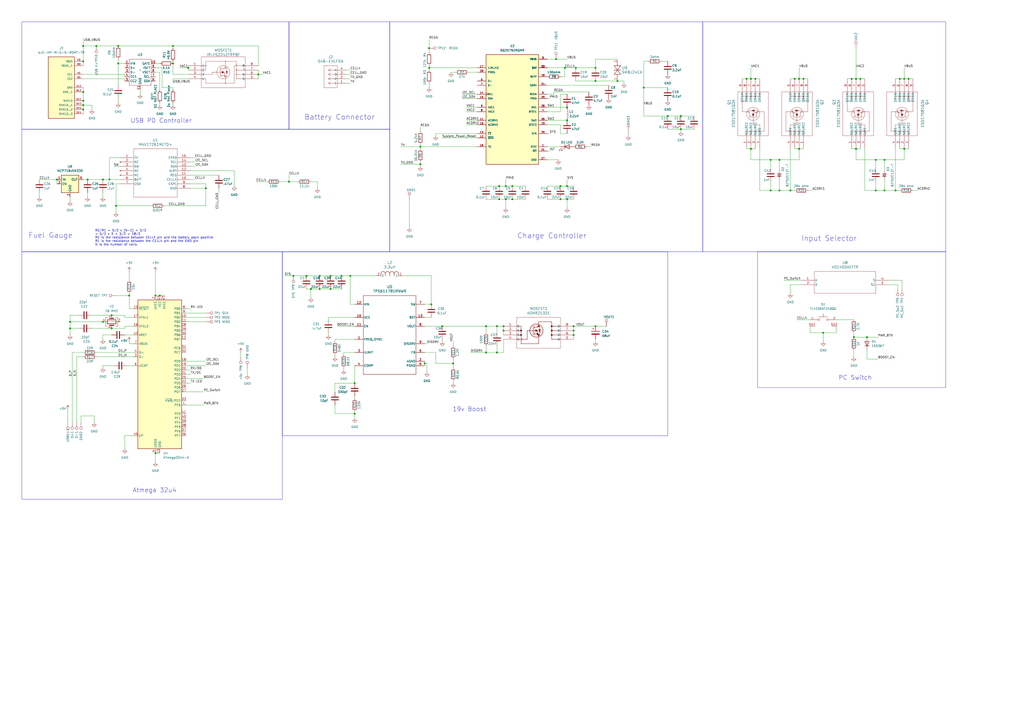
<source format=kicad_sch>
(kicad_sch (version 20231120) (generator "eeschema") (generator_version "8.0")
  (paper "A2")
  (junction (at 394.97 67.31))
  (junction (at 322.58 34.29))
  (junction (at 477.52 193.04))
  (junction (at 191.77 167.64))
  (junction (at 243.84 95.25))
  (junction (at 452.12 110.49))
  (junction (at 502.92 195.58))
  (junction (at 248.92 39.37))
  (junction (at 463.55 86.36))
  (junction (at 328.93 69.85))
  (junction (at 447.04 110.49))
  (junction (at 494.03 45.72))
  (junction (at 281.94 204.47))
  (junction (at 288.29 204.47))
  (junction (at 191.77 160.02))
  (junction (at 387.35 67.31))
  (junction (at 68.58 36.83))
  (junction (at 248.92 27.94))
  (junction (at 177.8 160.02))
  (junction (at 63.5 104.14))
  (junction (at 332.74 189.23))
  (junction (at 33.02 104.14))
  (junction (at 495.3 195.58))
  (junction (at 325.12 115.57))
  (junction (at 293.37 107.95))
  (junction (at 461.01 45.72))
  (junction (at 327.66 39.37))
  (junction (at 205.74 240.03))
  (junction (at 358.14 46.99))
  (junction (at 297.18 107.95))
  (junction (at 297.18 115.57))
  (junction (at 109.22 39.37))
  (junction (at 433.07 45.72))
  (junction (at 496.57 45.72))
  (junction (at 345.44 39.37))
  (junction (at 289.56 107.95))
  (junction (at 328.93 62.23))
  (junction (at 435.61 45.72))
  (junction (at 499.11 45.72))
  (junction (at 527.05 45.72))
  (junction (at 90.17 262.89))
  (junction (at 119.38 109.22))
  (junction (at 262.89 210.82))
  (junction (at 438.15 45.72))
  (junction (at 90.17 171.45))
  (junction (at 256.54 189.23))
  (junction (at 64.77 190.5))
  (junction (at 50.8 104.14))
  (junction (at 48.26 60.96))
  (junction (at 92.71 171.45))
  (junction (at 100.33 36.83))
  (junction (at 180.34 167.64))
  (junction (at 48.26 35.56))
  (junction (at 198.12 160.02))
  (junction (at 289.56 115.57))
  (junction (at 513.08 110.49))
  (junction (at 447.04 92.71))
  (junction (at 496.57 86.36))
  (junction (at 328.93 115.57))
  (junction (at 325.12 107.95))
  (junction (at 328.93 107.95))
  (junction (at 185.42 160.02))
  (junction (at 466.09 45.72))
  (junction (at 519.43 110.49))
  (junction (at 345.44 46.99))
  (junction (at 55.88 26.67))
  (junction (at 513.08 92.71))
  (junction (at 332.74 194.31))
  (junction (at 452.12 92.71))
  (junction (at 203.2 160.02))
  (junction (at 521.97 45.72))
  (junction (at 48.26 53.34))
  (junction (at 67.31 119.38))
  (junction (at 373.38 50.8))
  (junction (at 524.51 45.72))
  (junction (at 74.93 171.45))
  (junction (at 170.18 160.02))
  (junction (at 100.33 26.67))
  (junction (at 250.19 176.53))
  (junction (at 59.69 186.69))
  (junction (at 463.55 45.72))
  (junction (at 292.1 191.77))
  (junction (at 59.69 104.14))
  (junction (at 435.61 86.36))
  (junction (at 292.1 189.23))
  (junction (at 68.58 26.67))
  (junction (at 524.51 86.36))
  (junction (at 334.01 39.37))
  (junction (at 288.29 189.23))
  (junction (at 508 110.49))
  (junction (at 508 92.71))
  (junction (at 48.26 26.67))
  (junction (at 332.74 191.77))
  (junction (at 40.64 190.5))
  (junction (at 281.94 189.23))
  (junction (at 293.37 115.57))
  (junction (at 40.64 186.69))
  (junction (at 167.64 105.41))
  (junction (at 205.74 222.25))
  (junction (at 64.77 182.88))
  (junction (at 246.38 210.82))
  (junction (at 48.26 58.42))
  (junction (at 458.47 110.49))
  (junction (at 185.42 167.64))
  (junction (at 243.84 85.09))
  (junction (at 48.26 63.5))
  (junction (at 345.44 189.23))
  (junction (at 149.86 43.18))
  (junction (at 394.97 74.93))
  (wire (pts (xy 288.29 189.23) (xy 292.1 189.23)))
  (wire (pts (xy 59.69 104.14) (xy 63.5 104.14)))
  (wire (pts (xy 148.59 105.41) (xy 154.94 105.41)))
  (wire (pts (xy 92.71 59.69) (xy 92.71 60.96)))
  (wire (pts (xy 508 92.71) (xy 508 97.79)))
  (wire (pts (xy 433.07 86.36) (xy 435.61 86.36)))
  (wire (pts (xy 468.63 110.49) (xy 471.17 110.49)))
  (wire (pts (xy 435.61 39.37) (xy 435.61 45.72)))
  (wire (pts (xy 246.38 184.15) (xy 250.19 184.15)))
  (wire (pts (xy 177.8 160.02) (xy 185.42 160.02)))
  (wire (pts (xy 288.29 189.23) (xy 288.29 193.04)))
  (wire (pts (xy 200.66 48.26) (xy 203.2 48.26)))
  (wire (pts (xy 184.15 105.41) (xy 184.15 109.22)))
  (wire (pts (xy 345.44 196.85) (xy 345.44 198.12)))
  (wire (pts (xy 521.97 45.72) (xy 524.51 45.72)))
  (wire (pts (xy 281.94 107.95) (xy 289.56 107.95)))
  (wire (pts (xy 100.33 45.72) (xy 109.22 45.72)))
  (wire (pts (xy 317.5 64.77) (xy 325.12 64.77)))
  (wire (pts (xy 361.95 46.99) (xy 361.95 48.26)))
  (wire (pts (xy 494.03 86.36) (xy 496.57 86.36)))
  (wire (pts (xy 194.31 234.95) (xy 194.31 240.03)))
  (wire (pts (xy 334.01 46.99) (xy 345.44 46.99)))
  (wire (pts (xy 139.7 204.47) (xy 139.7 207.01)))
  (wire (pts (xy 520.7 165.1) (xy 520.7 167.64)))
  (wire (pts (xy 529.59 110.49) (xy 532.13 110.49)))
  (wire (pts (xy 203.2 160.02) (xy 203.2 176.53)))
  (wire (pts (xy 74.93 179.07) (xy 74.93 171.45)))
  (wire (pts (xy 394.97 74.93) (xy 394.97 76.2)))
  (wire (pts (xy 90.17 171.45) (xy 92.71 171.45)))
  (wire (pts (xy 387.35 74.93) (xy 394.97 74.93)))
  (wire (pts (xy 55.88 26.67) (xy 68.58 26.67)))
  (wire (pts (xy 232.41 95.25) (xy 243.84 95.25)))
  (wire (pts (xy 394.97 74.93) (xy 402.59 74.93)))
  (wire (pts (xy 110.49 96.52) (xy 113.03 96.52)))
  (wire (pts (xy 149.86 43.18) (xy 152.4 43.18)))
  (wire (pts (xy 261.62 41.91) (xy 264.16 41.91)))
  (wire (pts (xy 508 110.49) (xy 513.08 110.49)))
  (wire (pts (xy 458.47 110.49) (xy 458.47 86.36)))
  (wire (pts (xy 33.02 104.14) (xy 33.02 106.68)))
  (wire (pts (xy 321.31 54.61) (xy 321.31 53.34)))
  (wire (pts (xy 317.5 115.57) (xy 325.12 115.57)))
  (wire (pts (xy 100.33 59.69) (xy 100.33 60.96)))
  (wire (pts (xy 317.5 39.37) (xy 327.66 39.37)))
  (wire (pts (xy 477.52 193.04) (xy 485.14 193.04)))
  (wire (pts (xy 205.74 222.25) (xy 194.31 222.25)))
  (wire (pts (xy 40.64 114.3) (xy 40.64 116.84)))
  (wire (pts (xy 55.88 204.47) (xy 77.47 204.47)))
  (wire (pts (xy 167.64 101.6) (xy 167.64 105.41)))
  (wire (pts (xy 345.44 189.23) (xy 351.79 189.23)))
  (wire (pts (xy 185.42 160.02) (xy 191.77 160.02)))
  (wire (pts (xy 345.44 34.29) (xy 358.14 34.29)))
  (wire (pts (xy 46.99 245.11) (xy 46.99 241.3)))
  (wire (pts (xy 452.12 92.71) (xy 452.12 99.06)))
  (wire (pts (xy 252.73 77.47) (xy 276.86 77.47)))
  (wire (pts (xy 107.95 181.61) (xy 119.38 181.61)))
  (wire (pts (xy 48.26 60.96) (xy 48.26 63.5)))
  (wire (pts (xy 527.05 45.72) (xy 529.59 45.72)))
  (wire (pts (xy 100.33 48.26) (xy 100.33 45.72)))
  (wire (pts (xy 73.66 212.09) (xy 77.47 212.09)))
  (wire (pts (xy 194.31 222.25) (xy 194.31 227.33)))
  (wire (pts (xy 270.51 69.85) (xy 276.86 69.85)))
  (wire (pts (xy 48.26 24.13) (xy 48.26 26.67)))
  (wire (pts (xy 246.38 199.39) (xy 247.65 199.39)))
  (wire (pts (xy 452.12 92.71) (xy 463.55 92.71)))
  (wire (pts (xy 68.58 34.29) (xy 68.58 36.83)))
  (wire (pts (xy 110.49 93.98) (xy 113.03 93.98)))
  (wire (pts (xy 104.14 39.37) (xy 109.22 39.37)))
  (wire (pts (xy 66.04 96.52) (xy 69.85 96.52)))
  (wire (pts (xy 521.97 86.36) (xy 524.51 86.36)))
  (wire (pts (xy 55.88 207.01) (xy 77.47 207.01)))
  (wire (pts (xy 45.72 182.88) (xy 40.64 182.88)))
  (wire (pts (xy 77.47 252.73) (xy 72.39 252.73)))
  (wire (pts (xy 59.69 111.76) (xy 59.69 114.3)))
  (wire (pts (xy 252.73 210.82) (xy 252.73 204.47)))
  (wire (pts (xy 519.43 110.49) (xy 521.97 110.49)))
  (wire (pts (xy 232.41 85.09) (xy 243.84 85.09)))
  (wire (pts (xy 383.54 35.56) (xy 387.35 35.56)))
  (wire (pts (xy 322.58 34.29) (xy 328.93 34.29)))
  (wire (pts (xy 262.89 198.12) (xy 262.89 200.66)))
  (wire (pts (xy 524.51 86.36) (xy 527.05 86.36)))
  (wire (pts (xy 41.91 204.47) (xy 41.91 245.11)))
  (wire (pts (xy 463.55 86.36) (xy 466.09 86.36)))
  (wire (pts (xy 458.47 110.49) (xy 461.01 110.49)))
  (wire (pts (xy 248.92 48.26) (xy 248.92 50.8)))
  (wire (pts (xy 48.26 104.14) (xy 50.8 104.14)))
  (wire (pts (xy 523.24 162.56) (xy 523.24 167.64)))
  (wire (pts (xy 262.89 220.98) (xy 262.89 222.25)))
  (wire (pts (xy 508 92.71) (xy 513.08 92.71)))
  (wire (pts (xy 110.49 99.06) (xy 135.89 99.06)))
  (wire (pts (xy 435.61 45.72) (xy 438.15 45.72)))
  (wire (pts (xy 243.84 96.52) (xy 243.84 95.25)))
  (wire (pts (xy 162.56 105.41) (xy 167.64 105.41)))
  (wire (pts (xy 74.93 199.39) (xy 77.47 199.39)))
  (wire (pts (xy 248.92 39.37) (xy 248.92 38.1)))
  (wire (pts (xy 40.64 186.69) (xy 40.64 190.5)))
  (wire (pts (xy 107.95 227.33) (xy 118.11 227.33)))
  (wire (pts (xy 469.9 193.04) (xy 477.52 193.04)))
  (wire (pts (xy 243.84 85.09) (xy 276.86 85.09)))
  (wire (pts (xy 452.12 110.49) (xy 458.47 110.49)))
  (wire (pts (xy 297.18 107.95) (xy 304.8 107.95)))
  (wire (pts (xy 519.43 110.49) (xy 519.43 86.36)))
  (wire (pts (xy 252.73 204.47) (xy 246.38 204.47)))
  (wire (pts (xy 513.08 110.49) (xy 519.43 110.49)))
  (wire (pts (xy 281.94 200.66) (xy 281.94 204.47)))
  (wire (pts (xy 127 109.22) (xy 127 111.76)))
  (wire (pts (xy 394.97 67.31) (xy 402.59 67.31)))
  (wire (pts (xy 190.5 185.42) (xy 190.5 184.15)))
  (wire (pts (xy 270.51 64.77) (xy 276.86 64.77)))
  (wire (pts (xy 107.95 209.55) (xy 119.38 209.55)))
  (wire (pts (xy 325.12 54.61) (xy 328.93 54.61)))
  (wire (pts (xy 53.34 182.88) (xy 64.77 182.88)))
  (wire (pts (xy 447.04 92.71) (xy 452.12 92.71)))
  (wire (pts (xy 447.04 92.71) (xy 447.04 97.79)))
  (wire (pts (xy 246.38 210.82) (xy 246.38 209.55)))
  (wire (pts (xy 190.5 194.31) (xy 190.5 193.04)))
  (wire (pts (xy 48.26 58.42) (xy 48.26 60.96)))
  (wire (pts (xy 191.77 160.02) (xy 198.12 160.02)))
  (wire (pts (xy 243.84 73.66) (xy 243.84 76.2)))
  (wire (pts (xy 327.66 44.45) (xy 327.66 39.37)))
  (wire (pts (xy 107.95 179.07) (xy 110.49 179.07)))
  (wire (pts (xy 317.5 85.09) (xy 325.12 85.09)))
  (wire (pts (xy 59.69 212.09) (xy 59.69 213.36)))
  (wire (pts (xy 200.66 45.72) (xy 203.2 45.72)))
  (wire (pts (xy 194.31 240.03) (xy 205.74 240.03)))
  (wire (pts (xy 524.51 39.37) (xy 524.51 45.72)))
  (wire (pts (xy 205.74 238.76) (xy 205.74 240.03)))
  (wire (pts (xy 466.09 45.72) (xy 468.63 45.72)))
  (wire (pts (xy 524.51 92.71) (xy 524.51 86.36)))
  (wire (pts (xy 496.57 86.36) (xy 496.57 92.71)))
  (wire (pts (xy 332.74 191.77) (xy 332.74 194.31)))
  (wire (pts (xy 293.37 104.14) (xy 293.37 107.95)))
  (wire (pts (xy 519.43 45.72) (xy 521.97 45.72)))
  (wire (pts (xy 100.33 36.83) (xy 100.33 43.18)))
  (wire (pts (xy 77.47 189.23) (xy 72.39 189.23)))
  (wire (pts (xy 435.61 86.36) (xy 435.61 92.71)))
  (wire (pts (xy 92.71 52.07) (xy 92.71 41.91)))
  (wire (pts (xy 325.12 72.39) (xy 325.12 77.47)))
  (wire (pts (xy 373.38 50.8) (xy 373.38 67.31)))
  (wire (pts (xy 143.48 213.5809) (xy 143.48 217.3909)))
  (wire (pts (xy 185.42 167.64) (xy 180.34 167.64)))
  (wire (pts (xy 248.92 22.86) (xy 248.92 27.94)))
  (wire (pts (xy 87.63 119.38) (xy 67.31 119.38)))
  (wire (pts (xy 248.92 39.37) (xy 248.92 40.64)))
  (wire (pts (xy 328.93 104.14) (xy 328.93 107.95)))
  (wire (pts (xy 262.89 210.82) (xy 262.89 213.36)))
  (wire (pts (xy 496.57 92.71) (xy 508 92.71)))
  (wire (pts (xy 252.73 78.74) (xy 252.73 77.47)))
  (wire (pts (xy 464.82 165.1) (xy 458.47 165.1)))
  (wire (pts (xy 328.93 107.95) (xy 332.74 107.95)))
  (wire (pts (xy 109.22 39.37) (xy 109.22 40.64)))
  (wire (pts (xy 293.37 107.95) (xy 297.18 107.95)))
  (wire (pts (xy 515.62 165.1) (xy 520.7 165.1)))
  (wire (pts (xy 48.26 60.96) (xy 53.34 60.96)))
  (wire (pts (xy 100.33 35.56) (xy 100.33 36.83)))
  (wire (pts (xy 107.95 214.63) (xy 110.49 214.63)))
  (wire (pts (xy 246.38 210.82) (xy 247.65 210.82)))
  (wire (pts (xy 288.29 204.47) (xy 292.1 204.47)))
  (wire (pts (xy 92.71 171.45) (xy 95.25 171.45)))
  (wire (pts (xy 485.14 193.04) (xy 485.14 189.23)))
  (wire (pts (xy 513.08 104.14) (xy 513.08 110.49)))
  (wire (pts (xy 72.39 45.72) (xy 72.39 46.99)))
  (wire (pts (xy 461.01 45.72) (xy 463.55 45.72)))
  (wire (pts (xy 54.61 241.3) (xy 54.61 245.11)))
  (wire (pts (xy 149.86 43.18) (xy 149.86 45.72)))
  (wire (pts (xy 149.86 40.64) (xy 149.86 43.18)))
  (wire (pts (xy 194.31 196.85) (xy 194.31 198.12)))
  (wire (pts (xy 273.05 204.47) (xy 281.94 204.47)))
  (wire (pts (xy 430.53 45.72) (xy 433.07 45.72)))
  (wire (pts (xy 107.95 234.95) (xy 118.11 234.95)))
  (wire (pts (xy 447.04 110.49) (xy 452.12 110.49)))
  (wire (pts (xy 496.57 27.94) (xy 496.57 45.72)))
  (wire (pts (xy 195.58 189.23) (xy 205.74 189.23)))
  (wire (pts (xy 317.5 77.47) (xy 318.77 77.47)))
  (wire (pts (xy 107.95 186.69) (xy 119.38 186.69)))
  (wire (pts (xy 321.31 53.34) (xy 341.63 53.34)))
  (wire (pts (xy 246.38 189.23) (xy 256.54 189.23)))
  (wire (pts (xy 252.73 210.82) (xy 262.89 210.82)))
  (wire (pts (xy 149.86 26.67) (xy 149.86 38.1)))
  (wire (pts (xy 48.26 207.01) (xy 44.45 207.01)))
  (wire (pts (xy 64.77 182.88) (xy 72.39 182.88)))
  (wire (pts (xy 64.77 190.5) (xy 72.39 190.5)))
  (wire (pts (xy 496.57 86.36) (xy 499.11 86.36)))
  (wire (pts (xy 270.51 72.39) (xy 276.86 72.39)))
  (wire (pts (xy 39.37 237.49) (xy 39.37 245.11)))
  (wire (pts (xy 81.28 52.07) (xy 81.28 54.61)))
  (wire (pts (xy 345.44 34.29) (xy 345.44 39.37)))
  (wire (pts (xy 72.39 184.15) (xy 72.39 182.88)))
  (wire (pts (xy 68.58 36.83) (xy 72.39 36.83)))
  (wire (pts (xy 317.5 49.53) (xy 353.06 49.53)))
  (wire (pts (xy 48.26 35.56) (xy 48.26 38.1)))
  (wire (pts (xy 190.5 184.15) (xy 205.74 184.15)))
  (wire (pts (xy 524.51 45.72) (xy 527.05 45.72)))
  (wire (pts (xy 48.26 26.67) (xy 48.26 35.56)))
  (wire (pts (xy 90.17 262.89) (xy 92.71 262.89)))
  (wire (pts (xy 63.5 91.44) (xy 63.5 104.14)))
  (wire (pts (xy 243.84 85.09) (xy 243.84 86.36)))
  (wire (pts (xy 68.58 57.15) (xy 68.58 59.69)))
  (wire (pts (xy 92.71 41.91) (xy 90.17 41.91)))
  (wire (pts (xy 281.94 189.23) (xy 281.94 193.04)))
  (wire (pts (xy 110.49 106.68) (xy 119.38 106.68)))
  (wire (pts (xy 248.92 27.94) (xy 248.92 30.48)))
  (wire (pts (xy 281.94 115.57) (xy 289.56 115.57)))
  (wire (pts (xy 293.37 115.57) (xy 297.18 115.57)))
  (wire (pts (xy 180.34 105.41) (xy 184.15 105.41)))
  (wire (pts (xy 67.31 119.38) (xy 67.31 106.68)))
  (wire (pts (xy 72.39 43.18) (xy 72.39 44.45)))
  (wire (pts (xy 435.61 86.36) (xy 438.15 86.36)))
  (wire (pts (xy 462.28 185.42) (xy 469.9 185.42)))
  (wire (pts (xy 332.74 189.23) (xy 332.74 191.77)))
  (wire (pts (xy 458.47 165.1) (xy 458.47 170.18)))
  (wire (pts (xy 205.74 196.85) (xy 194.31 196.85)))
  (wire (pts (xy 499.11 45.72) (xy 501.65 45.72)))
  (wire (pts (xy 440.69 86.36) (xy 440.69 110.49)))
  (wire (pts (xy 48.26 45.72) (xy 72.39 45.72)))
  (wire (pts (xy 90.17 39.37) (xy 93.98 39.37)))
  (wire (pts (xy 317.5 62.23) (xy 328.93 62.23)))
  (wire (pts (xy 203.2 176.53) (xy 205.74 176.53)))
  (wire (pts (xy 53.34 63.5) (xy 53.34 60.96)))
  (wire (pts (xy 289.56 107.95) (xy 293.37 107.95)))
  (wire (pts (xy 67.31 171.45) (xy 74.93 171.45)))
  (wire (pts (xy 292.1 191.77) (xy 292.1 194.31)))
  (wire (pts (xy 508 105.41) (xy 508 110.49)))
  (wire (pts (xy 267.97 54.61) (xy 276.86 54.61)))
  (wire (pts (xy 438.15 45.72) (xy 440.69 45.72)))
  (wire (pts (xy 22.86 111.76) (xy 22.86 114.3)))
  (wire (pts (xy 110.49 91.44) (xy 113.03 91.44)))
  (wire (pts (xy 63.5 104.14) (xy 69.85 104.14)))
  (wire (pts (xy 288.29 200.66) (xy 288.29 204.47)))
  (wire (pts (xy 90.17 36.83) (xy 92.71 36.83)))
  (wire (pts (xy 107.95 217.17) (xy 110.49 217.17)))
  (wire (pts (xy 327.66 39.37) (xy 334.01 39.37)))
  (wire (pts (xy 495.3 193.04) (xy 495.3 195.58)))
  (wire (pts (xy 77.47 179.07) (xy 74.93 179.07)))
  (wire (pts (xy 246.38 176.53) (xy 250.19 176.53)))
  (wire (pts (xy 74.93 198.12) (xy 74.93 199.39)))
  (wire (pts (xy 250.19 176.53) (xy 250.19 160.02)))
  (wire (pts (xy 191.77 167.64) (xy 198.12 167.64)))
  (wire (pts (xy 107.95 212.09) (xy 119.38 212.09)))
  (wire (pts (xy 289.56 115.57) (xy 293.37 115.57)))
  (wire (pts (xy 458.47 45.72) (xy 461.01 45.72)))
  (wire (pts (xy 93.98 50.8) (xy 100.33 50.8)))
  (wire (pts (xy 68.58 36.83) (xy 68.58 49.53)))
  (wire (pts (xy 40.64 190.5) (xy 45.72 190.5)))
  (wire (pts (xy 373.38 35.56) (xy 375.92 35.56)))
  (wire (pts (xy 48.26 50.8) (xy 48.26 53.34)))
  (wire (pts (xy 107.95 184.15) (xy 119.38 184.15)))
  (wire (pts (xy 364.49 76.2) (xy 364.49 78.74)))
  (wire (pts (xy 328.93 115.57) (xy 332.74 115.57)))
  (wire (pts (xy 276.86 39.37) (xy 248.92 39.37)))
  (wire (pts (xy 334.01 39.37) (xy 345.44 39.37)))
  (wire (pts (xy 135.89 99.06) (xy 135.89 107.95)))
  (wire (pts (xy 515.62 162.56) (xy 523.24 162.56)))
  (wire (pts (xy 40.64 186.69) (xy 59.69 186.69)))
  (wire (pts (xy 387.35 67.31) (xy 394.97 67.31)))
  (wire (pts (xy 256.54 196.85) (xy 256.54 198.12)))
  (wire (pts (xy 513.08 92.71) (xy 513.08 99.06)))
  (wire (pts (xy 205.74 204.47) (xy 199.39 204.47)))
  (wire (pts (xy 109.22 38.1) (xy 109.22 39.37)))
  (wire (pts (xy 200.66 40.64) (xy 203.2 40.64)))
  (wire (pts (xy 502.92 203.2) (xy 502.92 208.28)))
  (wire (pts (xy 325.12 44.45) (xy 327.66 44.45)))
  (wire (pts (xy 107.95 222.25) (xy 110.49 222.25)))
  (wire (pts (xy 477.52 193.04) (xy 477.52 198.12)))
  (wire (pts (xy 205.74 240.03) (xy 205.74 242.57)))
  (wire (pts (xy 72.39 194.31) (xy 77.47 194.31)))
  (wire (pts (xy 100.33 27.94) (xy 100.33 26.67)))
  (wire (pts (xy 440.69 110.49) (xy 447.04 110.49)))
  (wire (pts (xy 292.1 189.23) (xy 292.1 191.77)))
  (wire (pts (xy 325.12 107.95) (xy 328.93 107.95)))
  (wire (pts (xy 461.01 86.36) (xy 463.55 86.36)))
  (wire (pts (xy 501.65 86.36) (xy 501.65 110.49)))
  (wire (pts (xy 317.5 54.61) (xy 321.31 54.61)))
  (wire (pts (xy 463.55 92.71) (xy 463.55 86.36)))
  (wire (pts (xy 69.85 91.44) (xy 63.5 91.44)))
  (wire (pts (xy 59.69 194.31) (xy 59.69 196.85)))
  (wire (pts (xy 332.74 189.23) (xy 345.44 189.23)))
  (wire (pts (xy 90.17 157.48) (xy 90.17 171.45)))
  (wire (pts (xy 494.03 45.72) (xy 496.57 45.72)))
  (wire (pts (xy 50.8 104.14) (xy 59.69 104.14)))
  (wire (pts (xy 262.89 208.28) (xy 262.89 210.82)))
  (wire (pts (xy 328.93 115.57) (xy 328.93 120.65)))
  (wire (pts (xy 325.12 64.77) (xy 325.12 54.61)))
  (wire (pts (xy 387.35 67.31) (xy 373.38 67.31)))
  (wire (pts (xy 74.93 157.48) (xy 74.93 162.56)))
  (wire (pts (xy 110.49 109.22) (xy 119.38 109.22)))
  (wire (pts (xy 463.55 39.37) (xy 463.55 45.72)))
  (wire (pts (xy 485.14 185.42) (xy 495.3 185.42)))
  (wire (pts (xy 119.38 106.68) (xy 119.38 109.22)))
  (wire (pts (xy 297.18 115.57) (xy 304.8 115.57)))
  (wire (pts (xy 387.35 50.8) (xy 373.38 50.8)))
  (wire (pts (xy 110.49 104.14) (xy 113.03 104.14)))
  (wire (pts (xy 170.18 160.02) (xy 177.8 160.02)))
  (wire (pts (xy 68.58 26.67) (xy 100.33 26.67)))
  (wire (pts (xy 205.74 212.09) (xy 205.74 222.25)))
  (wire (pts (xy 358.14 46.99) (xy 361.95 46.99)))
  (wire (pts (xy 345.44 46.99) (xy 358.14 46.99)))
  (wire (pts (xy 165.1 160.02) (xy 170.18 160.02)))
  (wire (pts (xy 317.5 34.29) (xy 322.58 34.29)))
  (wire (pts (xy 44.45 207.01) (xy 44.45 245.11)))
  (wire (pts (xy 292.1 204.47) (xy 292.1 196.85)))
  (wire (pts (xy 495.3 203.2) (xy 495.3 207.01)))
  (wire (pts (xy 317.5 72.39) (xy 325.12 72.39)))
  (wire (pts (xy 40.64 190.5) (xy 40.64 194.31)))
  (wire (pts (xy 200.66 43.18) (xy 203.2 43.18)))
  (wire (pts (xy 452.12 104.14) (xy 452.12 110.49)))
  (wire (pts (xy 205.74 229.87) (xy 205.74 231.14)))
  (wire (pts (xy 325.12 77.47) (xy 328.93 77.47)))
  (wire (pts (xy 246.38 210.82) (xy 246.38 212.09)))
  (wire (pts (xy 317.5 87.63) (xy 318.77 87.63)))
  (wire (pts (xy 119.38 119.38) (xy 95.25 119.38)))
  (wire (pts (xy 107.95 219.71) (xy 118.11 219.71)))
  (wire (pts (xy 93.98 39.37) (xy 93.98 50.8)))
  (wire (pts (xy 72.39 189.23) (xy 72.39 190.5)))
  (wire (pts (xy 332.74 194.31) (xy 332.74 196.85)))
  (wire (pts (xy 48.26 43.18) (xy 72.39 43.18)))
  (wire (pts (xy 373.38 50.8) (xy 373.38 35.56)))
  (wire (pts (xy 317.5 107.95) (xy 325.12 107.95)))
  (wire (pts (xy 317.5 92.71) (xy 323.85 92.71)))
  (wire (pts (xy 502.92 195.58) (xy 495.3 195.58)))
  (wire (pts (xy 501.65 110.49) (xy 508 110.49)))
  (wire (pts (xy 256.54 189.23) (xy 281.94 189.23)))
  (wire (pts (xy 77.47 184.15) (xy 72.39 184.15)))
  (wire (pts (xy 40.64 182.88) (xy 40.64 186.69)))
  (wire (pts (xy 435.61 92.71) (xy 447.04 92.71)))
  (wire (pts (xy 463.55 45.72) (xy 466.09 45.72)))
  (wire (pts (xy 491.49 45.72) (xy 494.03 45.72)))
  (wire (pts (xy 281.94 189.23) (xy 288.29 189.23)))
  (wire (pts (xy 48.26 204.47) (xy 41.91 204.47)))
  (wire (pts (xy 90.17 262.89) (xy 90.17 267.97)))
  (wire (pts (xy 513.08 92.71) (xy 524.51 92.71)))
  (wire (pts (xy 177.8 167.64) (xy 180.34 167.64)))
  (wire (pts (xy 199.39 204.47) (xy 199.39 205.74)))
  (wire (pts (xy 50.8 111.76) (xy 50.8 114.3)))
  (wire (pts (xy 243.84 95.25) (xy 243.84 93.98)))
  (wire (pts (xy 167.64 105.41) (xy 172.72 105.41)))
  (wire (pts (xy 509.27 195.58) (xy 502.92 195.58)))
  (wire (pts (xy 67.31 106.68) (xy 69.85 106.68)))
  (wire (pts (xy 317.5 57.15) (xy 318.77 57.15)))
  (wire (pts (xy 100.33 50.8) (xy 100.33 52.07)))
  (wire (pts (xy 48.26 53.34) (xy 48.26 58.42)))
  (wire (pts (xy 433.07 45.72) (xy 435.61 45.72)))
  (wire (pts (xy 293.37 115.57) (xy 293.37 120.65)))
  (wire (pts (xy 53.34 190.5) (xy 64.77 190.5)))
  (wire (pts (xy 100.33 43.18) (xy 109.22 43.18)))
  (wire (pts (xy 271.78 41.91) (xy 276.86 41.91)))
  (wire (pts (xy 496.57 45.72) (xy 499.11 45.72)))
  (wire (pts (xy 48.26 26.67) (xy 55.88 26.67)))
  (wire (pts (xy 64.77 194.31) (xy 59.69 194.31)))
  (wire (pts (xy 270.51 62.23) (xy 276.86 62.23)))
  (wire (pts (xy 100.33 26.67) (xy 149.86 26.67)))
  (wire (pts (xy 185.42 167.64) (xy 191.77 167.64)))
  (wire (pts (xy 469.9 193.04) (xy 469.9 189.23)))
  (wire (pts (xy 281.94 204.47) (xy 288.29 204.47)))
  (wire (pts (xy 46.99 241.3) (xy 54.61 241.3)))
  (wire (pts (xy 59.69 186.69) (xy 69.85 186.69)))
  (wire (pts (xy 194.31 205.74) (xy 194.31 207.01)))
  (wire (pts (xy 180.34 167.64) (xy 180.34 172.72)))
  (wire (pts (xy 243.84 83.82) (xy 243.84 85.09)))
  (wire (pts (xy 250.19 160.02) (xy 233.68 160.02)))
  (wire (pts (xy 119.38 109.22) (xy 119.38 119.38)))
  (wire (pts (xy 256.54 80.01) (xy 276.86 80.01)))
  (wire (pts (xy 72.39 252.73) (xy 72.39 260.35)))
  (wire (pts (xy 22.86 104.14) (xy 33.02 104.14)))
  (wire (pts (xy 237.49 115.57) (xy 237.49 132.08)))
  (wire (pts (xy 48.26 63.5) (xy 48.26 66.04)))
  (wire (pts (xy 247.65 210.82) (xy 247.65 215.9)))
  (wire (pts (xy 454.66 162.56) (xy 464.82 162.56)))
  (wire (pts (xy 325.12 115.57) (xy 328.93 115.57)))
  (wire (pts (xy 199.39 213.36) (xy 199.39 214.63)))
  (wire (pts (xy 74.93 171.45) (xy 74.93 170.18)))
  (wire (pts (xy 218.44 160.02) (xy 203.2 160.02)))
  (wire (pts (xy 66.04 212.09) (xy 59.69 212.09)))
  (wire (pts (xy 110.49 101.6) (xy 127 101.6)))
  (wire (pts (xy 340.36 85.09) (xy 342.9 85.09)))
  (wire (pts (xy 67.31 119.38) (xy 67.31 123.19)))
  (wire (pts (xy 502.92 208.28) (xy 509.27 208.28)))
  (wire (pts (xy 447.04 105.41) (xy 447.04 110.49)))
  (wire (pts (xy 267.97 57.15) (xy 276.86 57.15)))
  (wire (pts (xy 317.5 69.85) (xy 328.93 69.85)))
  (wire (pts (xy 198.12 160.02) (xy 203.2 160.02)))
  (rectangle (start 407.67 12.7) (end 548.64 146.05))
  (rectangle (start 226.06 12.7) (end 407.67 146.05))
  (rectangle (start 12.7 74.93) (end 226.06 146.05))
  (rectangle (start 439.42 146.05) (end 548.64 224.79))
  (rectangle (start 163.83 146.05) (end 387.35 252.73))
  (rectangle (start 12.7 12.7) (end 167.64 74.93))
  (rectangle (start 167.64 12.7) (end 226.06 74.93))
  (rectangle (start 12.7 146.05) (end 163.83 289.56))
  (text "USB PD Controller" (at 93.472 70.104 0) (effects (font (size 2.54 2.54))))
  (text "19v Boost" (at 272.288 237.49 0) (effects (font (size 2.54 2.54))))
  (text "Atmega 32u4" (at 89.662 284.48 0) (effects (font (size 2.54 2.54))))
  (text "PC Switch" (at 496.062 219.202 0) (effects (font (size 2.54 2.54))))
  (text "Input Selector" (at 464.82 140.208 0) (effects (font (size 3 3)) (justify left bottom)))
  (text "Fuel Gauge" (at 16.51 138.43 0) (effects (font (size 3 3)) (justify left bottom)))
  (text "R2/R1 = 5/2 x (N-1) + 3/2\n= 5/2 x 3 + 3/2 = 18/2\nR2 is the resistance between CELLX pin and the battery pack positive\nR1 is the resistance between the CELLX pin and the GND pin\nN is the number of cells" (at 55.118 142.748 0) (effects (font (size 1.27 1.27)) (justify left bottom)))
  (text "Battery Connector" (at 176.53 69.85 0) (effects (font (size 3 3)) (justify left bottom)))
  (text "Charge Controller" (at 299.974 138.684 0) (effects (font (size 3 3)) (justify left bottom)))
  (label "BOOST_EN" (at 195.58 189.23 0))
  (label "REGN" (at 243.84 73.66 0))
  (label "SW" (at 66.04 96.52 0))
  (label "D_P" (at 41.91 218.44 90))
  (label "VAC2" (at 270.51 64.77 0))
  (label "ACDRV1" (at 270.51 69.85 0))
  (label "CELL4" (at 462.28 185.42 0))
  (label "CELL4" (at 203.2 40.64 0))
  (label "I2C_SCL" (at 119.38 209.55 0))
  (label "INT" (at 318.77 87.63 0))
  (label "TH_GND" (at 203.2 45.72 0))
  (label "CELL_GND" (at 203.2 43.18 0))
  (label "CELLX" (at 113.03 104.14 0))
  (label "I2C_SCL" (at 113.03 93.98 0))
  (label "SW2" (at 317.5 69.85 0))
  (label "CELL_GND" (at 97.79 119.38 0))
  (label "TH_GND" (at 232.41 95.25 0))
  (label "VBUS" (at 373.38 60.96 0))
  (label "VBUS" (at 463.55 39.37 0))
  (label "CELL_GND" (at 113.03 91.44 0))
  (label "I2C_SDA" (at 119.38 212.09 0))
  (label "CELL4" (at 148.59 105.41 0))
  (label "REGN" (at 248.92 22.86 0))
  (label "VAC1" (at 152.4 43.18 0))
  (label "SYS" (at 318.77 77.47 0))
  (label "PC_Switch" (at 454.66 162.56 0))
  (label "DISDRV" (at 273.05 204.47 0))
  (label "VBUS" (at 328.93 34.29 0))
  (label "TH" (at 203.2 48.26 0))
  (label "ACDRV1" (at 471.17 110.49 0))
  (label "CELL_GND" (at 127 111.76 270))
  (label "VOUT" (at 339.09 189.23 180))
  (label "VAC1" (at 270.51 62.23 0))
  (label "CELLX" (at 167.64 101.6 0))
  (label "TH" (at 232.41 85.09 0))
  (label "D1_N" (at 68.58 207.01 0))
  (label "VBUS" (at 524.51 39.37 0))
  (label "REGN" (at 342.9 85.09 0))
  (label "BOOST_EN" (at 509.27 208.28 0))
  (label "I2C_SDA" (at 267.97 57.15 0))
  (label "PWR_BTN" (at 118.11 234.95 0))
  (label "PWR_BTN" (at 509.27 195.58 0))
  (label "PC_Switch" (at 118.11 227.33 0))
  (label "ACDRV2" (at 532.13 110.49 0))
  (label "SYS" (at 165.1 160.02 0))
  (label "D_N" (at 44.45 218.44 90))
  (label "RX{slash}D0" (at 110.49 214.63 0))
  (label "REGN" (at 321.31 53.34 0))
  (label "PMID" (at 318.77 57.15 0))
  (label "I2C_SDA" (at 113.03 96.52 0))
  (label "PMID" (at 293.37 104.14 0))
  (label "VAC1" (at 435.61 39.37 0))
  (label "USB_VBUS" (at 48.26 24.13 0))
  (label "VAC1" (at 104.14 39.37 0))
  (label "DISDRV" (at 247.65 199.39 0))
  (label "I2C_SCL" (at 267.97 54.61 0))
  (label "VOUT" (at 262.89 198.12 90))
  (label "D1_P" (at 68.58 204.47 0))
  (label "SW1" (at 317.5 62.23 0))
  (label "VAC2" (at 496.57 39.37 0))
  (label "RX LED" (at 110.49 179.07 0))
  (label "ACDRV2" (at 270.51 72.39 0))
  (label "System_Power_Reset" (at 256.54 80.01 0))
  (label "USB_VBUS" (at 100.33 48.26 0))
  (label "TX{slash}D1" (at 110.49 217.17 0))
  (label "CELL4" (at 327.66 39.37 0))
  (label "BOOST_EN" (at 118.11 219.71 0))
  (label "SYS" (at 328.93 104.14 0))
  (label "TX LED" (at 110.49 222.25 0))
  (label "CELL4" (at 22.86 104.14 0))
  (symbol (lib_id "Device:R") (at 267.97 41.91 90) (unit 1)
    (property "Reference" "R2" (at 267.97 41.91 90))
    (property "Value" "27k" (at 267.97 44.45 90))
    (property "Footprint" "Resistor_SMD:R_0603_1608Metric" (effects (hide yes)))
  )
  (symbol (lib_id "Device:C") (at 190.5 189.23 180) (unit 1)
    (property "Reference" "C31" (at 185.42 187.96 0) (effects (justify left)))
    (property "Value" "4.7uF" (at 186.69 190.5 0) (effects (justify left)))
    (property "Footprint" "Capacitor_SMD:C_0603_1608Metric" (effects (hide yes)))
  )
  (symbol (lib_id "Device:R") (at 321.31 44.45 90) (unit 1)
    (property "Reference" "R8" (at 321.31 44.45 90))
    (property "Value" "100ohm" (at 321.31 41.91 90))
    (property "Footprint" "Resistor_SMD:R_0603_1608Metric" (effects (hide yes)))
  )
  (symbol (lib_id "Device:C") (at 59.69 107.95 0) (unit 1)
    (property "Reference" "C28" (at 62.23 106.68 0) (effects (justify left)))
    (property "Value" ".1uF" (at 62.23 109.22 0) (effects (justify left)))
    (property "Footprint" "Capacitor_SMD:C_0603_1608Metric" (effects (hide yes)))
  )
  (symbol (lib_id "Regulator_Linear:NCP718xSN330") (at 40.64 106.68 0) (unit 1)
    (property "Reference" "U6" (at 40.64 96.52 0))
    (property "Value" "NCP718xSN330" (at 40.64 99.06 0))
    (property "Footprint" "Package_TO_SOT_SMD:SOT-23-5" (effects (hide yes)))
    (property "Datasheet" "https://www.onsemi.com/pub/Collateral/NCP718-D.PDF" (effects (hide yes)))
  )
  (symbol (lib_id "power:GND") (at 53.34 63.5 0) (unit 1)
    (property "Reference" "#PWR03" (effects (hide yes)))
    (property "Value" "GND" (at 53.34 68.58 0))
  )
  (symbol (lib_id "CSD17581Q3A:CSD17581Q3A") (at 527.05 86.36 270) (mirror x) (unit 1)
    (property "Reference" "Q4" (at 537.718 57.658 0) (effects (font (size 1.524 1.524)) (justify right)))
    (property "Value" "CSD17581Q3A" (at 535.178 57.658 0) (effects (font (size 1.524 1.524)) (justify right)))
    (property "Footprint" "Q3A_TEX" (effects (hide yes)))
    (property "Datasheet" "CSD17581Q3A" (effects (hide yes)))
  )
  (symbol (lib_id "Device:C") (at 334.01 43.18 0) (unit 1)
    (property "Reference" "C19" (at 336.55 41.91 0) (effects (justify left)))
    (property "Value" "10uF" (at 336.55 44.45 0) (effects (justify left)))
    (property "Footprint" "Capacitor_SMD:C_0603_1608Metric" (effects (hide yes)))
  )
  (symbol (lib_id "Device:R") (at 495.3 189.23 180) (unit 1)
    (property "Reference" "R24" (at 495.3 189.23 90))
    (property "Value" "2.7K" (at 497.84 189.23 90))
    (property "Footprint" "Resistor_SMD:R_0603_1608Metric" (effects (hide yes)))
  )
  (symbol (lib_id "power:GND") (at 180.34 172.72 0) (unit 1)
    (property "Reference" "#PWR049" (effects (hide yes)))
    (property "Value" "GND" (at 180.34 177.8 0))
  )
  (symbol (lib_id "power:GND") (at 92.71 60.96 0) (unit 1)
    (property "Reference" "#PWR045" (effects (hide yes)))
    (property "Value" "GND" (at 92.71 66.04 0))
  )
  (symbol (lib_id "Device:C") (at 447.04 101.6 0) (unit 1)
    (property "Reference" "C42" (at 443.23 99.06 0) (effects (justify left)))
    (property "Value" "1nF" (at 442.976 104.394 0) (effects (justify left)))
    (property "Footprint" "Capacitor_SMD:C_0603_1608Metric" (effects (hide yes)))
  )
  (symbol (lib_id "SOP-4V1:VO1400AEFTR") (at 464.82 162.56 0) (unit 1)
    (property "Reference" "U8" (at 490.22 152.4 0) (effects (font (size 1.524 1.524))))
    (property "Value" "VO1400AEFTR" (at 490.22 154.94 0) (effects (font (size 1.524 1.524))))
    (property "Footprint" "SO-4_VO_VIS" (effects (hide yes)))
    (property "Datasheet" "VO1400AEFTR" (effects (hide yes)))
  )
  (symbol (lib_id "BQ25792RQMR:BQ25792RQMR") (at 297.18 64.77 0) (unit 1)
    (property "Reference" "U2" (at 297.18 26.67 0))
    (property "Value" "BQ25792RQMR" (at 297.18 29.21 0))
    (property "Footprint" "Library:QFN40P400X400X100-29N" (effects (hide yes)))
    (property "Datasheet" "Datasheets/bq25792.pdf" (effects (hide yes)))
    (property "PARTREV" "11/2019" (effects (hide yes)))
    (property "STANDARD" "Manufacturer Recommendations" (effects (hide yes)))
    (property "MAXIMUM_PACKAGE_HEIGHT" "1 mm" (effects (hide yes)))
    (property "MANUFACTURER" "Texas Instruments" (effects (hide yes)))
  )
  (symbol (lib_id "Device:C_Polarized") (at 345.44 193.04 0) (unit 1)
    (property "Reference" "C34" (at 349.25 192.278 0) (effects (justify left)))
    (property "Value" "68uF" (at 349.25 194.818 0) (effects (justify left)))
    (property "Footprint" "Capacitor_THT:CP_Radial_D5.0mm_P2.00mm" (effects (hide yes)))
    (property "Description" "Polarized capacitor" (effects (hide yes)))
  )
  (symbol (lib_id "power:GND") (at 361.95 48.26 0) (unit 1)
    (property "Reference" "#PWR017" (effects (hide yes)))
    (property "Value" "GND" (at 361.95 53.34 0))
  )
  (symbol (lib_id "power:+5V") (at 139.7 204.47 0) (unit 1)
    (property "Reference" "#PWR053" (effects (hide yes)))
    (property "Value" "+5V" (at 139.7 199.39 0))
    (property "Description" "Power symbol creates a global label with name \"+5V\"" (effects (hide yes)))
  )
  (symbol (lib_id "Device:R") (at 262.89 217.17 180) (unit 1)
    (property "Reference" "R22" (at 262.89 217.17 90))
    (property "Value" "80.6k" (at 265.43 217.17 90))
    (property "Footprint" "Resistor_SMD:R_0603_1608Metric" (effects (hide yes)))
  )
  (symbol (lib_id "HUSB238:HUSB238") (at 81.28 40.64 0) (unit 1)
    (property "Reference" "U3" (at 81.28 31.75 0))
    (property "Value" "~" (at 81.28 40.64 0))
    (property "Footprint" "Package_DFN_QFN:DFN-10-1EP_3x3mm_P0.5mm_EP1.7x2.5mm" (effects (hide yes)))
  )
  (symbol (lib_id "power:GND") (at 22.86 114.3 0) (unit 1)
    (property "Reference" "#PWR018" (effects (hide yes)))
    (property "Value" "GND" (at 22.86 119.38 0))
  )
  (symbol (lib_id "power:GND") (at 477.52 198.12 0) (unit 1)
    (property "Reference" "#PWR056" (effects (hide yes)))
    (property "Value" "GND" (at 477.52 203.2 0))
  )
  (symbol (lib_id "Device:R") (at 281.94 196.85 180) (unit 1)
    (property "Reference" "R29" (at 281.94 196.85 90))
    (property "Value" "100K" (at 279.146 196.85 90))
    (property "Footprint" "Resistor_SMD:R_0603_1608Metric" (effects (hide yes)))
  )
  (symbol (lib_id "TL4100AF240QG:TL4100AF240QG") (at 477.52 185.42 0) (unit 1)
    (property "Reference" "S1" (at 477.52 176.53 0))
    (property "Value" "TL4100AF240QG" (at 477.52 179.07 0))
    (property "Footprint" "Parts:SW_TL4100AF240QG" (effects (hide yes)))
    (property "PARTREV" "C" (effects (hide yes)))
    (property "STANDARD" "Manufacturer Recommendations" (effects (hide yes)))
    (property "SNAPEDA_PN" "TL4100AF240QG" (effects (hide yes)))
    (property "MAXIMUM_PACKAGE_HEIGHT" "3.5 mm" (effects (hide yes)))
    (property "MANUFACTURER" "E-Switch" (effects (hide yes)))
  )
  (symbol (lib_id "Device:R") (at 68.58 30.48 180) (unit 1)
    (property "Reference" "R9" (at 63.5 30.48 90))
    (property "Value" "10ohm" (at 66.04 30.48 90))
    (property "Footprint" "Resistor_SMD:R_0603_1608Metric_Pad0.98x0.95mm_HandSolder" (effects (hide yes)))
  )
  (symbol (lib_id "power:+5V") (at 39.37 237.49 0) (unit 1)
    (property "Reference" "#PWR047" (effects (hide yes)))
    (property "Value" "+5V" (at 36.322 236.982 0))
    (property "Description" "Power symbol creates a global label with name \"+5V\"" (effects (hide yes)))
  )
  (symbol (lib_id "power:GND") (at 323.85 92.71 0) (unit 1)
    (property "Reference" "#PWR05" (effects (hide yes)))
    (property "Value" "GND" (at 323.85 97.79 0))
  )
  (symbol (lib_id "Device:C") (at 50.8 107.95 0) (unit 1)
    (property "Reference" "C25" (at 53.34 106.68 0) (effects (justify left)))
    (property "Value" "1uF" (at 53.34 109.22 0) (effects (justify left)))
    (property "Footprint" "Capacitor_SMD:C_0603_1608Metric" (effects (hide yes)))
  )
  (symbol (lib_id "power:GND") (at 205.74 242.57 0) (unit 1)
    (property "Reference" "#PWR038" (effects (hide yes)))
    (property "Value" "GND" (at 205.74 247.65 0))
  )
  (symbol (lib_id "power:GND") (at 50.8 114.3 0) (unit 1)
    (property "Reference" "#PWR022" (effects (hide yes)))
    (property "Value" "GND" (at 50.8 119.38 0))
  )
  (symbol (lib_id "Device:C") (at 341.63 57.15 0) (unit 1)
    (property "Reference" "C3" (at 344.17 55.88 0) (effects (justify left)))
    (property "Value" "4.7uF" (at 344.17 58.42 0) (effects (justify left)))
    (property "Footprint" "Capacitor_SMD:C_0603_1608Metric" (effects (hide yes)))
  )
  (symbol (lib_id "power:GND") (at 90.17 267.97 0) (unit 1)
    (property "Reference" "#PWR031" (effects (hide yes)))
    (property "Value" "GND" (at 90.17 273.05 0))
  )
  (symbol (lib_id "IRLHS2242TRPBF:IRLHS2242TRPBF") (at 109.22 38.1 0) (unit 1)
    (property "Reference" "MOSFET1" (at 129.54 29.21 0) (effects (font (size 1.524 1.524))))
    (property "Value" "IRLHS2242TRPBF" (at 129.54 31.75 0) (effects (font (size 1.524 1.524))))
    (property "Footprint" "PQFN6_2X2_INF" (effects (hide yes)))
    (property "Datasheet" "IRLHS2242TRPBF" (effects (hide yes)))
  )
  (symbol (lib_id "Connector:TestPoint") (at 41.91 245.11 180) (unit 1)
    (property "Reference" "D+1" (at 41.91 254.254 90) (effects (justify right)))
    (property "Value" "D+" (effects (hide yes)))
    (property "Footprint" "TestPoint:TestPoint_THTPad_D1.5mm_Drill0.7mm" (effects (hide yes)))
  )
  (symbol (lib_id "Device:C") (at 332.74 111.76 0) (unit 1)
    (property "Reference" "C16" (at 328.93 109.22 0) (effects (justify left)))
    (property "Value" "22uF" (at 327.66 114.3 0) (effects (justify left)))
    (property "Footprint" "Capacitor_SMD:C_0805_2012Metric" (effects (hide yes)))
  )
  (symbol (lib_id "TPS611781RNWR:TPS611781RNWR") (at 226.06 194.31 0) (unit 1)
    (property "Reference" "U5" (at 226.06 166.37 0) (effects (font (size 1.524 1.524))))
    (property "Value" "TPS611781RNWR" (at 226.06 168.91 0) (effects (font (size 1.524 1.524))))
    (property "Footprint" "RNW0013A" (effects (hide yes)))
    (property "Datasheet" "TPS611781RNWR" (effects (hide yes)))
  )
  (symbol (lib_id "Device:C") (at 345.44 43.18 0) (unit 1)
    (property "Reference" "C20" (at 347.98 41.91 0) (effects (justify left)))
    (property "Value" "10uF" (at 347.98 44.45 0) (effects (justify left)))
    (property "Footprint" "Capacitor_SMD:C_0603_1608Metric" (effects (hide yes)))
  )
  (symbol (lib_id "power:GND") (at 59.69 213.36 0) (unit 1)
    (property "Reference" "#PWR030" (effects (hide yes)))
    (property "Value" "GND" (at 59.69 218.44 0))
  )
  (symbol (lib_id "Device:R") (at 243.84 80.01 180) (unit 1)
    (property "Reference" "R7" (at 243.84 80.01 90))
    (property "Value" "5.24K" (at 241.3 80.01 90))
    (property "Footprint" "Resistor_SMD:R_0603_1608Metric" (effects (hide yes)))
  )
  (symbol (lib_id "power:GND") (at 495.3 207.01 0) (unit 1)
    (property "Reference" "#PWR044" (effects (hide yes)))
    (property "Value" "GND" (at 495.3 212.09 0))
  )
  (symbol (lib_id "Device:C") (at 325.12 111.76 0) (unit 1)
    (property "Reference" "C15" (at 321.31 109.22 0) (effects (justify left)))
    (property "Value" "22uF" (at 320.04 114.3 0) (effects (justify left)))
    (property "Footprint" "Capacitor_SMD:C_0805_2012Metric" (effects (hide yes)))
  )
  (symbol (lib_id "power:GND") (at 345.44 198.12 0) (unit 1)
    (property "Reference" "#PWR043" (effects (hide yes)))
    (property "Value" "GND" (at 345.44 203.2 0))
  )
  (symbol (lib_id "power:GND") (at 458.47 170.18 0) (unit 1)
    (property "Reference" "#PWR033" (effects (hide yes)))
    (property "Value" "GND" (at 458.47 175.26 0))
  )
  (symbol (lib_id "power:GND") (at 72.39 260.35 0) (unit 1)
    (property "Reference" "#PWR055" (effects (hide yes)))
    (property "Value" "GND" (at 72.39 265.43 0))
  )
  (symbol (lib_id "Connector:TestPoint") (at 520.7 167.64 180) (unit 1)
    (property "Reference" "TP5" (at 520.7001 172.466 90) (effects (justify left)))
    (property "Value" "PC_Sw2" (at 520.7 177.038 90) (effects (justify left)))
    (property "Footprint" "TestPoint:TestPoint_THTPad_D1.5mm_Drill0.7mm" (effects (hide yes)))
    (property "Description" "test point" (effects (hide yes)))
  )
  (symbol (lib_id "Device:C") (at 68.58 194.31 90) (unit 1)
    (property "Reference" "C24" (at 68.58 200.66 90) (effects (justify left)))
    (property "Value" "0.1uF" (at 68.58 198.12 90) (effects (justify left)))
    (property "Footprint" "Capacitor_SMD:C_0603_1608Metric" (effects (hide yes)))
  )
  (symbol (lib_id "Device:R") (at 176.53 105.41 90) (unit 1)
    (property "Reference" "R14" (at 176.53 105.41 90))
    (property "Value" "11.1k" (at 176.53 107.95 90))
    (property "Footprint" "Resistor_SMD:R_0603_1608Metric" (effects (hide yes)))
  )
  (symbol (lib_id "Device:R") (at 52.07 204.47 270) (unit 1)
    (property "Reference" "R16" (at 52.07 204.47 90))
    (property "Value" "22R" (at 52.07 201.93 90))
    (property "Footprint" "Resistor_SMD:R_0603_1608Metric" (effects (hide yes)))
  )
  (symbol (lib_id "power:GND") (at 353.06 57.15 0) (unit 1)
    (property "Reference" "#PWR010" (effects (hide yes)))
    (property "Value" "GND" (at 353.06 62.23 0))
  )
  (symbol (lib_id "Connector:TestPoint") (at 351.79 189.23 0) (unit 1)
    (property "Reference" "VOUT1" (at 350.1896 183.857 0) (effects (justify left)))
    (property "Value" "V+ OUT" (effects (hide yes)))
    (property "Footprint" "TestPoint:TestPoint_THTPad_D2.0mm_Drill1.0mm" (effects (hide yes)))
  )
  (symbol (lib_id "power:GND") (at 394.97 76.2 0) (unit 1)
    (property "Reference" "#PWR013" (effects (hide yes)))
    (property "Value" "GND" (at 394.97 81.28 0))
  )
  (symbol (lib_id "power:GND") (at 81.28 54.61 0) (unit 1)
    (property "Reference" "#PWR019" (effects (hide yes)))
    (property "Value" "GND" (at 81.28 59.69 0))
  )
  (symbol (lib_id "power:GND") (at 100.33 60.96 0) (unit 1)
    (property "Reference" "#PWR046" (effects (hide yes)))
    (property "Value" "GND" (at 100.33 66.04 0))
  )
  (symbol (lib_id "power:GND") (at 256.54 198.12 0) (unit 1)
    (property "Reference" "#PWR040" (effects (hide yes)))
    (property "Value" "GND" (at 256.54 203.2 0))
  )
  (symbol (lib_id "power:GND") (at 247.65 215.9 0) (unit 1)
    (property "Reference" "#PWR037" (effects (hide yes)))
    (property "Value" "GND" (at 247.65 220.98 0))
  )
  (symbol (lib_id "power:GND") (at 364.49 78.74 0) (unit 1)
    (property "Reference" "#PWR01" (effects (hide yes)))
    (property "Value" "GND" (at 364.49 83.82 0))
  )
  (symbol (lib_id "Device:R") (at 199.39 209.55 180) (unit 1)
    (property "Reference" "R19" (at 199.39 209.55 90))
    (property "Value" "68.1K" (at 201.93 209.55 90))
    (property "Footprint" "Resistor_SMD:R_0603_1608Metric" (effects (hide yes)))
  )
  (symbol (lib_id "Connector:TestPoint") (at 55.88 26.67 180) (unit 1)
    (property "Reference" "TP10" (at 55.8801 31.496 90) (effects (justify left)))
    (property "Value" "USB V+" (at 55.88 36.068 90) (effects (justify left)))
    (property "Footprint" "TestPoint:TestPoint_Pad_D1.0mm" (effects (hide yes)))
    (property "Description" "test point" (effects (hide yes)))
  )
  (symbol (lib_id "Device:R") (at 194.31 201.93 180) (unit 1)
    (property "Reference" "R18" (at 194.31 201.93 90))
    (property "Value" "348K" (at 196.85 201.93 90))
    (property "Footprint" "Resistor_SMD:R_0603_1608Metric" (effects (hide yes)))
  )
  (symbol (lib_id "Connector:TestPoint") (at 322.58 34.29 0) (unit 1)
    (property "Reference" "TP11" (at 322.5799 29.464 90) (effects (justify left)))
    (property "Value" "VBUS" (at 322.58 23.114 90) (effects (justify left)))
    (property "Footprint" "TestPoint:TestPoint_Pad_D1.0mm" (effects (hide yes)))
    (property "Description" "test point" (effects (hide yes)))
  )
  (symbol (lib_id "Device:D_Zener_Small") (at 452.12 101.6 90) (unit 1)
    (property "Reference" "D2" (at 454.152 96.774 0) (effects (justify right)))
    (property "Value" "BZT52C12T-7" (at 456.692 94.996 0) (effects (justify right)))
    (property "Footprint" "Parts:SOD-523_0P9X1P3_ONS" (effects (hide yes)))
    (property "Description" "Zener diode, small symbol" (effects (hide yes)))
  )
  (symbol (lib_id "Device:R") (at 205.74 234.95 180) (unit 1)
    (property "Reference" "R20" (at 205.74 234.95 90))
    (property "Value" "133k" (at 208.28 234.95 90))
    (property "Footprint" "Resistor_SMD:R_0603_1608Metric" (effects (hide yes)))
  )
  (symbol (lib_id "power:GND") (at 199.39 214.63 0) (unit 1)
    (property "Reference" "#PWR036" (effects (hide yes)))
    (property "Value" "GND" (at 199.39 219.71 0))
  )
  (symbol (lib_id "Connector:TestPoint") (at 248.92 27.94 270) (unit 1)
    (property "Reference" "TP12" (at 253.746 27.9399 90) (effects (justify left)))
    (property "Value" "REGN" (at 260.35 27.94 90) (effects (justify left)))
    (property "Footprint" "TestPoint:TestPoint_Pad_D1.0mm" (effects (hide yes)))
    (property "Description" "test point" (effects (hide yes)))
  )
  (symbol (lib_id "Connector:TestPoint") (at 237.49 115.57 0) (unit 1)
    (property "Reference" "GND1" (at 235.8896 110.197 0) (effects (justify left)))
    (property "Value" "GND" (effects (hide yes)))
    (property "Footprint" "TestPoint:TestPoint_THTPad_D2.0mm_Drill1.0mm" (effects (hide yes)))
  )
  (symbol (lib_id "Connector:TestPoint") (at 119.38 186.69 270) (unit 1)
    (property "Reference" "TP3" (at 124.206 186.6899 90) (effects (justify left)))
    (property "Value" "MISO" (at 128.778 186.69 90) (effects (justify left)))
    (property "Footprint" "TestPoint:TestPoint_Pad_D1.0mm" (effects (hide yes)))
    (property "Description" "test point" (effects (hide yes)))
  )
  (symbol (lib_id "Device:LED") (at 328.93 85.09 0) (unit 1)
    (property "Reference" "D1" (at 326.7075 82.55 0))
    (property "Value" "LED" (at 330.2 82.55 0))
    (property "Footprint" "LED_SMD:LED_0603_1608Metric" (effects (hide yes)))
  )
  (symbol (lib_id "Device:C") (at 205.74 226.06 180) (unit 1)
    (property "Reference" "C32" (at 200.66 224.79 0) (effects (justify left)))
    (property "Value" "330pF" (at 201.93 227.33 0) (effects (justify left)))
    (property "Footprint" "Capacitor_SMD:C_0603_1608Metric" (effects (hide yes)))
  )
  (symbol (lib_id "Device:R") (at 336.55 85.09 90) (unit 1)
    (property "Reference" "R1" (at 336.55 85.09 90))
    (property "Value" "2.2K" (at 336.55 82.55 90))
    (property "Footprint" "Resistor_SMD:R_0603_1608Metric" (effects (hide yes)))
  )
  (symbol (lib_id "power:+5V") (at 74.93 157.48 0) (unit 1)
    (property "Reference" "#PWR023" (effects (hide yes)))
    (property "Value" "+5V" (at 74.93 152.4 0))
    (property "Description" "Power symbol creates a global label with name \"+5V\"" (effects (hide yes)))
  )
  (symbol (lib_id "Device:C") (at 297.18 111.76 0) (unit 1)
    (property "Reference" "C5" (at 293.37 109.22 0) (effects (justify left)))
    (property "Value" "10uF" (at 292.1 114.3 0) (effects (justify left)))
    (property "Footprint" "Capacitor_SMD:C_0805_2012Metric" (effects (hide yes)))
  )
  (symbol (lib_id "Connector:TestPoint") (at 496.57 27.94 0) (unit 1)
    (property "Reference" "VAC2" (at 496.57 18.796 90) (effects (justify right)))
    (property "Value" "VAC2" (effects (hide yes)))
    (property "Footprint" "TestPoint:TestPoint_THTPad_D1.5mm_Drill0.7mm" (effects (hide yes)))
  )
  (symbol (lib_id "Device:C") (at 68.58 53.34 0) (unit 1)
    (property "Reference" "C21" (at 62.23 52.07 0) (effects (justify left)))
    (property "Value" "0.1uF" (at 59.69 54.61 0) (effects (justify left)))
    (property "Footprint" "Capacitor_SMD:C_0603_1608Metric_Pad1.08x0.95mm_HandSolder" (effects (hide yes)))
  )
  (symbol (lib_id "CSD17581Q3A:CSD17581Q3A") (at 494.03 86.36 90) (unit 1)
    (property "Reference" "Q3" (at 483.87 57.658 0) (effects (font (size 1.524 1.524)) (justify right)))
    (property "Value" "CSD17581Q3A" (at 486.41 57.658 0) (effects (font (size 1.524 1.524)) (justify right)))
    (property "Footprint" "Q3A_TEX" (effects (hide yes)))
    (property "Datasheet" "CSD17581Q3A" (effects (hide yes)))
  )
  (symbol (lib_id "power:GND") (at 67.31 123.19 0) (unit 1)
    (property "Reference" "#PWR027" (effects (hide yes)))
    (property "Value" "GND" (at 67.31 128.27 0))
  )
  (symbol (lib_id "Device:C") (at 198.12 163.83 0) (unit 1)
    (property "Reference" "C44" (at 194.31 161.29 0) (effects (justify left)))
    (property "Value" "22uF" (at 193.04 166.37 0) (effects (justify left)))
    (property "Footprint" "Capacitor_SMD:C_0805_2012Metric" (effects (hide yes)))
  )
  (symbol (lib_id "power:GND") (at 40.64 194.31 0) (unit 1)
    (property "Reference" "#PWR020" (effects (hide yes)))
    (property "Value" "GND" (at 40.64 199.39 0))
  )
  (symbol (lib_id "UJC-HP-M-G-5-MSMT-TR:UJC-HP-M-G-5-MSMT-TR") (at 35.56 43.18 0) (unit 1)
    (property "Reference" "J3" (at 35.56 27.94 0))
    (property "Value" "UJC-HP-M-G-5-MSMT-TR" (at 35.56 30.48 0))
    (property "Footprint" "Parts:CUI_UJC-HP-M-G-5-MSMT-TR" (effects (hide yes)))
    (property "PARTREV" "1.01" (effects (hide yes)))
    (property "MANUFACTURER" "CUI Devices" (effects (hide yes)))
    (property "MAXIMUM_PACKAGE_HEIGHT" "2.36mm" (effects (hide yes)))
    (property "STANDARD" "Manufacturer Recommendations" (effects (hide yes)))
  )
  (symbol (lib_id "power:GND") (at 59.69 114.3 0) (unit 1)
    (property "Reference" "#PWR025" (effects (hide yes)))
    (property "Value" "GND" (at 59.69 119.38 0))
  )
  (symbol (lib_id "Device:R") (at 495.3 199.39 180) (unit 1)
    (property "Reference" "R23" (at 495.3 199.39 90))
    (property "Value" "1K" (at 497.84 199.39 90))
    (property "Footprint" "Resistor_SMD:R_0603_1608Metric" (effects (hide yes)))
  )
  (symbol (lib_id "Device:R") (at 74.93 166.37 180) (unit 1)
    (property "Reference" "R15" (at 74.93 166.37 90))
    (property "Value" "10k" (at 77.47 166.37 90))
    (property "Footprint" "Resistor_SMD:R_0603_1608Metric" (effects (hide yes)))
  )
  (symbol (lib_id "Device:C") (at 288.29 196.85 0) (unit 1)
    (property "Reference" "C37" (at 284.48 194.31 0) (effects (justify left)))
    (property "Value" "22nF" (at 283.21 199.39 0) (effects (justify left)))
    (property "Footprint" "Capacitor_SMD:C_0603_1608Metric" (effects (hide yes)))
  )
  (symbol (lib_id "Device:C") (at 194.31 231.14 180) (unit 1)
    (property "Reference" "C33" (at 189.23 229.87 0) (effects (justify left)))
    (property "Value" "10pF" (at 190.5 232.41 0) (effects (justify left)))
    (property "Footprint" "Capacitor_SMD:C_0603_1608Metric" (effects (hide yes)))
  )
  (symbol (lib_id "Device:C") (at 317.5 111.76 0) (unit 1)
    (property "Reference" "C14" (at 313.69 109.22 0) (effects (justify left)))
    (property "Value" "0.1uF" (at 311.6323 114.3446 0) (effects (justify left)))
    (property "Footprint" "Capacitor_SMD:C_0603_1608Metric" (effects (hide yes)))
  )
  (symbol (lib_id "Connector:TestPoint") (at 67.31 171.45 90) (unit 1)
    (property "Reference" "TP7" (at 62.484 171.4501 90) (effects (justify left)))
    (property "Value" "RESET" (at 57.912 171.45 90) (effects (justify left)))
    (property "Footprint" "TestPoint:TestPoint_Pad_D1.0mm" (effects (hide yes)))
    (property "Description" "test point" (effects (hide yes)))
  )
  (symbol (lib_id "Device:C") (at 289.56 111.76 0) (unit 1)
    (property "Reference" "C6" (at 285.75 109.22 0) (effects (justify left)))
    (property "Value" "10uF" (at 284.48 114.3 0) (effects (justify left)))
    (property "Footprint" "Capacitor_SMD:C_0805_2012Metric" (effects (hide yes)))
  )
  (symbol (lib_id "Device:C") (at 250.19 180.34 180) (unit 1)
    (property "Reference" "C30" (at 257.81 179.07 0) (effects (justify left)))
    (property "Value" "0.1uF" (at 259.08 181.61 0) (effects (justify left)))
    (property "Footprint" "Capacitor_SMD:C_0603_1608Metric" (effects (hide yes)))
  )
  (symbol (lib_id "Device:C") (at 508 101.6 0) (unit 1)
    (property "Reference" "C43" (at 504.19 99.06 0) (effects (justify left)))
    (property "Value" "1nF" (at 503.936 104.394 0) (effects (justify left)))
    (property "Footprint" "Capacitor_SMD:C_0603_1608Metric" (effects (hide yes)))
  )
  (symbol (lib_id "power:+5V") (at 74.93 198.12 0) (unit 1)
    (property "Reference" "#PWR028" (effects (hide yes)))
    (property "Value" "+5V" (at 71.882 197.612 0))
    (property "Description" "Power symbol creates a global label with name \"+5V\"" (effects (hide yes)))
  )
  (symbol (lib_id "Device:R") (at 92.71 55.88 180) (unit 1)
    (property "Reference" "R27" (at 88.392 55.88 90))
    (property "Value" "DO NOT PLACE" (at 90.17 55.88 90))
    (property "Footprint" "Resistor_SMD:R_0603_1608Metric_Pad0.98x0.95mm_HandSolder" (effects (hide yes)))
  )
  (symbol (lib_id "Device:C") (at 328.93 73.66 0) (unit 1)
    (property "Reference" "C2" (at 331.47 72.39 0) (effects (justify left)))
    (property "Value" "47nF" (at 331.47 74.93 0) (effects (justify left)))
    (property "Footprint" "Capacitor_SMD:C_0603_1608Metric" (effects (hide yes)))
  )
  (symbol (lib_id "Device:C") (at 185.42 163.83 0) (unit 1)
    (property "Reference" "C18" (at 181.61 161.29 0) (effects (justify left)))
    (property "Value" "22uF" (at 180.34 166.37 0) (effects (justify left)))
    (property "Footprint" "Capacitor_SMD:C_0805_2012Metric" (effects (hide yes)))
  )
  (symbol (lib_id "Device:C") (at 353.06 53.34 0) (unit 1)
    (property "Reference" "C8" (at 354.33 50.8 0) (effects (justify left)))
    (property "Value" "1nF" (at 354.33 55.88 0) (effects (justify left)))
    (property "Footprint" "Capacitor_SMD:C_0603_1608Metric" (effects (hide yes)))
  )
  (symbol (lib_id "Connector:TestPoint") (at 46.99 245.11 180) (unit 1)
    (property "Reference" "GND2" (at 46.99 255.524 90) (effects (justify right)))
    (property "Value" "GND" (effects (hide yes)))
    (property "Footprint" "TestPoint:TestPoint_THTPad_D1.5mm_Drill0.7mm" (effects (hide yes)))
  )
  (symbol (lib_id "Device:R") (at 379.73 35.56 90) (unit 1)
    (property "Reference" "R5" (at 379.73 35.56 90))
    (property "Value" "2ohm" (at 379.73 33.02 90))
    (property "Footprint" "Resistor_SMD:R_0603_1608Metric" (effects (hide yes)))
  )
  (symbol (lib_id "Connector:TestPoint") (at 44.45 245.11 180) (unit 1)
    (property "Reference" "D-1" (at 44.45 254.254 90) (effects (justify right)))
    (property "Value" "D-" (effects (hide yes)))
    (property "Footprint" "TestPoint:TestPoint_THTPad_D1.5mm_Drill0.7mm" (effects (hide yes)))
  )
  (symbol (lib_id "Device:C") (at 387.35 54.61 0) (unit 1)
    (property "Reference" "C10" (at 389.89 53.34 0) (effects (justify left)))
    (property "Value" "0.1uF" (at 389.89 55.88 0) (effects (justify left)))
    (property "Footprint" "Capacitor_SMD:C_0603_1608Metric" (effects (hide yes)))
  )
  (symbol (lib_id "SMBJ24CA:SMBJ24CA") (at 358.14 34.29 270) (unit 1)
    (property "Reference" "U9" (at 360.68 39.37 90) (effects (font (size 1.524 1.524)) (justify left)))
    (property "Value" "SMBJ24CA" (at 360.68 41.91 90) (effects (font (size 1.524 1.524)) (justify left)))
    (property "Footprint" "Parts:SMBJ24CA_LTF" (effects (hide yes)))
    (property "Datasheet" "SMBJ24CA" (effects (hide yes)))
  )
  (symbol (lib_id "Connector:TestPoint") (at 523.24 167.64 180) (unit 1)
    (property "Reference" "TP4" (at 523.2401 172.466 90) (effects (justify left)))
    (property "Value" "PC_Sw1" (at 523.24 177.038 90) (effects (justify left)))
    (property "Footprint" "TestPoint:TestPoint_THTPad_D1.5mm_Drill0.7mm" (effects (hide yes)))
    (property "Description" "test point" (effects (hide yes)))
  )
  (symbol (lib_id "Device:R") (at 464.82 110.49 90) (unit 1)
    (property "Reference" "R25" (at 464.82 110.49 90))
    (property "Value" "294 ohm" (at 464.82 107.95 90))
    (property "Footprint" "Resistor_SMD:R_0603_1608Metric" (effects (hide yes)))
  )
  (symbol (lib_id "Connector:TestPoint") (at 170.18 160.02 180) (unit 1)
    (property "Reference" "TP9" (at 170.1801 164.846 90) (effects (justify left)))
    (property "Value" "SYS" (at 170.18 169.418 90) (effects (justify left)))
    (property "Footprint" "TestPoint:TestPoint_Pad_D1.0mm" (effects (hide yes)))
    (property "Description" "test point" (effects (hide yes)))
  )
  (symbol (lib_id "Connector:TestPoint") (at 139.7 207.01 180) (unit 1)
    (property "Reference" "TP6" (at 139.7001 211.836 90) (effects (justify left)))
    (property "Value" "+5v" (at 139.7 216.408 90) (effects (justify left)))
    (property "Footprint" "TestPoint:TestPoint_Pad_D1.0mm" (effects (hide yes)))
    (property "Description" "test point" (effects (hide yes)))
  )
  (symbol (lib_id "Device:C") (at 127 105.41 0) (unit 1)
    (property "Reference" "C27" (at 129.54 104.14 0) (effects (justify left)))
    (property "Value" ".47uF" (at 129.54 106.68 0) (effects (justify left)))
    (property "Footprint" "Capacitor_SMD:C_0603_1608Metric" (effects (hide yes)))
  )
  (symbol (lib_id "Device:C") (at 256.54 193.04 0) (unit 1)
    (property "Reference" "C36" (at 252.73 190.5 0) (effects (justify left)))
    (property "Value" "10uF" (at 251.46 195.58 0) (effects (justify left)))
    (property "Footprint" "Capacitor_SMD:C_0805_2012Metric" (effects (hide yes)))
  )
  (symbol (lib_id "Device:C") (at 22.86 107.95 0) (unit 1)
    (property "Reference" "C26" (at 25.4 106.68 0) (effects (justify left)))
    (property "Value" "1uF" (at 25.4 109.22 0) (effects (justify left)))
    (property "Footprint" "Capacitor_SMD:C_0603_1608Metric" (effects (hide yes)))
  )
  (symbol (lib_id "power:GND") (at 68.58 59.69 0) (unit 1)
    (property "Reference" "#PWR016" (effects (hide yes)))
    (property "Value" "GND" (at 68.58 64.77 0))
  )
  (symbol (lib_id "Device:R") (at 243.84 90.17 180) (unit 1)
    (property "Reference" "R6" (at 243.84 90.17 90))
    (property "Value" "30.31K" (at 241.3 90.17 90))
    (property "Footprint" "Resistor_SMD:R_0603_1608Metric" (effects (hide yes)))
  )
  (symbol (lib_id "power:GND") (at 328.93 120.65 0) (unit 1)
    (property "Reference" "#PWR015" (effects (hide yes)))
    (property "Value" "GND" (at 328.93 125.73 0))
  )
  (symbol (lib_id "Device:R") (at 100.33 55.88 180) (unit 1)
    (property "Reference" "R28" (at 96.012 55.88 90))
    (property "Value" "Do Not Place" (at 97.79 55.88 90))
    (property "Footprint" "Resistor_SMD:R_0603_1608Metric_Pad0.98x0.95mm_HandSolder" (effects (hide yes)))
  )
  (symbol (lib_id "Device:R") (at 262.89 204.47 180) (unit 1)
    (property "Reference" "R21" (at 262.89 204.47 90))
    (property "Value" "1.2M" (at 265.43 204.47 90))
    (property "Footprint" "Resistor_SMD:R_0603_1608Metric" (effects (hide yes)))
  )
  (symbol (lib_id "MCU_Microchip_ATmega:ATmega32U4-A") (at 92.71 217.17 0) (unit 1)
    (property "Reference" "U4" (at 94.6659 262.89 0) (effects (justify left)))
    (property "Value" "ATmega32U4-A" (at 94.6659 265.43 0) (effects (justify left)))
    (property "Footprint" "Package_DFN_QFN:QFN-44-1EP_7x7mm_P0.5mm_EP5.15x5.15mm" (effects (hide yes)))
    (property "Datasheet" "http://ww1.microchip.com/downloads/en/DeviceDoc/Atmel-7766-8-bit-AVR-ATmega16U4-32U4_Datasheet.pdf" (effects (hide yes)))
  )
  (symbol (lib_id "Device:R") (at 158.75 105.41 90) (unit 1)
    (property "Reference" "R13" (at 158.75 105.41 90))
    (property "Value" "100k" (at 158.75 107.95 90))
    (property "Footprint" "Resistor_SMD:R_0603_1608Metric" (effects (hide yes)))
  )
  (symbol (lib_id "Device:C") (at 191.77 163.83 0) (unit 1)
    (property "Reference" "C39" (at 187.96 161.29 0) (effects (justify left)))
    (property "Value" "22uF" (at 186.69 166.37 0) (effects (justify left)))
    (property "Footprint" "Capacitor_SMD:C_0805_2012Metric" (effects (hide yes)))
  )
  (symbol (lib_id "power:GND") (at 243.84 96.52 0) (unit 1)
    (property "Reference" "#PWR014" (effects (hide yes)))
    (property "Value" "GND" (at 243.84 101.6 0))
  )
  (symbol (lib_id "AONR21321:AONR21321") (at 292.1 189.23 0) (unit 1)
    (property "Reference" "MOSFET2" (at 312.42 179.07 0) (effects (font (size 1.524 1.524))))
    (property "Value" "AONR21321" (at 312.42 181.61 0) (effects (font (size 1.524 1.524))))
    (property "Footprint" "DFN8_3x3_EP_AOS" (effects (hide yes)))
    (property "Datasheet" "AONR21321" (effects (hide yes)))
  )
  (symbol (lib_id "power:GND") (at 194.31 207.01 0) (unit 1)
    (property "Reference" "#PWR035" (effects (hide yes)))
    (property "Value" "GND" (at 194.31 212.09 0))
  )
  (symbol (lib_id "power:GND") (at 143.48 217.3909 0) (unit 1)
    (property "Reference" "#PWR054" (effects (hide yes)))
    (property "Value" "GND" (at 143.48 222.4709 0))
  )
  (symbol (lib_id "Device:Crystal_GND24") (at 64.77 186.69 270) (unit 1)
    (property "Reference" "Y2" (at 64.77 177.8 90))
    (property "Value" "16 MHZ" (at 64.77 180.34 90))
    (property "Footprint" "Crystal:Crystal_SMD_5032-4Pin_5.0x3.2mm" (effects (hide yes)))
  )
  (symbol (lib_id "Device:R") (at 525.78 110.49 90) (unit 1)
    (property "Reference" "R26" (at 525.78 110.49 90))
    (property "Value" "294 ohm" (at 525.78 107.95 90))
    (property "Footprint" "Resistor_SMD:R_0603_1608Metric" (effects (hide yes)))
  )
  (symbol (lib_id "Device:D_Zener_Small") (at 513.08 101.6 90) (unit 1)
    (property "Reference" "D3" (at 515.112 96.774 0) (effects (justify right)))
    (property "Value" "BZT52C12T-7" (at 517.652 94.996 0) (effects (justify right)))
    (property "Footprint" "Parts:SOD-523_0P9X1P3_ONS" (effects (hide yes)))
    (property "Description" "Zener diode, small symbol" (effects (hide yes)))
  )
  (symbol (lib_id "Device:C") (at 394.97 71.12 0) (unit 1)
    (property "Reference" "C12" (at 391.16 68.58 0) (effects (justify left)))
    (property "Value" "10uF" (at 389.89 73.66 0) (effects (justify left)))
    (property "Footprint" "Capacitor_SMD:C_0805_2012Metric" (effects (hide yes)))
  )
  (symbol (lib_id "Device:C") (at 304.8 111.76 0) (unit 1)
    (property "Reference" "C4" (at 300.99 109.22 0) (effects (justify left)))
    (property "Value" "10uF" (at 299.72 114.3 0) (effects (justify left)))
    (property "Footprint" "Capacitor_SMD:C_0805_2012Metric" (effects (hide yes)))
  )
  (symbol (lib_id "power:GND") (at 40.64 116.84 0) (unit 1)
    (property "Reference" "#PWR02" (effects (hide yes)))
    (property "Value" "GND" (at 40.64 121.92 0))
  )
  (symbol (lib_id "744325180:744325180") (at 218.44 160.02 0) (unit 1)
    (property "Reference" "L2" (at 226.06 152.4 0) (effects (font (size 1.524 1.524))))
    (property "Value" "3.3uH" (at 226.06 154.94 0) (effects (font (size 1.524 1.524))))
    (property "Footprint" "IND_1050-WE-HCI_WRE" (effects (hide yes)))
    (property "Datasheet" "744325330" (effects (hide yes)))
  )
  (symbol (lib_id "Device:C") (at 328.93 58.42 0) (unit 1)
    (property "Reference" "C1" (at 331.47 57.15 0) (effects (justify left)))
    (property "Value" "47nF" (at 331.47 59.69 0) (effects (justify left)))
    (property "Footprint" "Capacitor_SMD:C_0603_1608Metric" (effects (hide yes)))
  )
  (symbol (lib_id "power:GND") (at 184.15 109.22 0) (unit 1)
    (property "Reference" "#PWR026" (effects (hide yes)))
    (property "Value" "GND" (at 184.15 114.3 0))
  )
  (symbol (lib_id "power:GND") (at 341.63 60.96 0) (unit 1)
    (property "Reference" "#PWR04" (effects (hide yes)))
    (property "Value" "GND" (at 341.63 66.04 0))
  )
  (symbol (lib_id "Device:R") (at 248.92 44.45 180) (unit 1)
    (property "Reference" "R3" (at 246.38 41.91 90))
    (property "Value" "100k" (at 246.38 46.99 90))
    (property "Footprint" "Resistor_SMD:R_0603_1608Metric" (effects (hide yes)))
  )
  (symbol (lib_id "Device:C") (at 177.8 163.83 0) (unit 1)
    (property "Reference" "C17" (at 173.99 161.29 0) (effects (justify left)))
    (property "Value" "22uF" (at 172.72 166.37 0) (effects (justify left)))
    (property "Footprint" "Capacitor_SMD:C_0805_2012Metric" (effects (hide yes)))
  )
  (symbol (lib_id "power:GND") (at 135.89 107.95 0) (unit 1)
    (property "Reference" "#PWR029" (effects (hide yes)))
    (property "Value" "GND" (at 135.89 113.03 0))
  )
  (symbol (lib_id "Device:L") (at 328.93 66.04 0) (unit 1)
    (property "Reference" "L1" (at 330.2 64.77 0) (effects (justify left)))
    (property "Value" "2.2uH" (at 330.2 67.31 0) (effects (justify left)))
    (property "Footprint" "Parts:IND_SPM6530_TDK" (effects (hide yes)))
  )
  (symbol (lib_id "Connector:TestPoint") (at 39.37 245.11 180) (unit 1)
    (property "Reference" "USBV+1" (at 39.37 256.54 90) (effects (justify right)))
    (property "Value" "USB V+" (effects (hide yes)))
    (property "Footprint" "TestPoint:TestPoint_THTPad_D1.5mm_Drill0.7mm" (effects (hide yes)))
  )
  (symbol (lib_id "Connector:TestPoint") (at 364.49 76.2 0) (unit 1)
    (property "Reference" "GND3" (at 364.49 67.056 90) (effects (justify right)))
    (property "Value" "GND" (effects (hide yes)))
    (property "Footprint" "TestPoint:TestPoint_THTPad_D1.5mm_Drill0.7mm" (effects (hide yes)))
  )
  (symbol (lib_id "power:GND") (at 261.62 41.91 0) (unit 1)
    (property "Reference" "#PWR07" (effects (hide yes)))
    (property "Value" "GND" (at 261.62 46.99 0))
  )
  (symbol (lib_id "power:GND") (at 262.89 222.25 0) (unit 1)
    (property "Reference" "#PWR039" (effects (hide yes)))
    (property "Value" "GND" (at 262.89 227.33 0))
  )
  (symbol (lib_id "CSD17581Q3A:CSD17581Q3A") (at 466.09 86.36 270) (mirror x) (unit 1)
    (property "Reference" "Q2" (at 476.758 57.658 0) (effects (font (size 1.524 1.524)) (justify right)))
    (property "Value" "CSD17581Q3A" (at 474.218 57.658 0) (effects (font (size 1.524 1.524)) (justify right)))
    (property "Footprint" "Q3A_TEX" (effects (hide yes)))
    (property "Datasheet" "CSD17581Q3A" (effects (hide yes)))
  )
  (symbol (lib_id "S4B-EH:S4B-EHLFSN") (at 200.66 48.26 180) (unit 1)
    (property "Reference" "J2" (at 191.77 33.02 0) (effects (font (size 1.524 1.524))))
    (property "Value" "S4B-EHLFSN" (at 191.77 35.56 0) (effects (font (size 1.524 1.524))))
    (property "Footprint" "CONN_S4B-EHLFSN_JST" (effects (hide yes)))
    (property "Datasheet" "S4B-EHLFSN" (effects (hide yes)))
  )
  (symbol (lib_id "power:GND") (at 190.5 194.31 0) (unit 1)
    (property "Reference" "#PWR034" (effects (hide yes)))
    (property "Value" "GND" (at 190.5 199.39 0))
  )
  (symbol (lib_id "Device:D") (at 502.92 199.39 90) (unit 1)
    (property "Reference" "D4" (at 505.46 198.1199 90) (effects (justify right)))
    (property "Value" "1SS367" (at 505.46 200.6599 90) (effects (justify right)))
    (property "Footprint" "Diode_SMD:D_SOD-323" (effects (hide yes)))
    (property "Description" "Diode" (effects (hide yes)))
    (property "Sim.Device" "D" (effects (hide yes)))
    (property "Sim.Pins" "1=K 2=A" (effects (hide yes)))
  )
  (symbol (lib_id "power:GND") (at 293.37 120.65 0) (unit 1)
    (property "Reference" "#PWR06" (effects (hide yes)))
    (property "Value" "GND" (at 293.37 125.73 0))
  )
  (symbol (lib_id "Device:R") (at 100.33 31.75 180) (unit 1)
    (property "Reference" "R11" (at 95.25 31.75 90))
    (property "Value" "49.9K" (at 97.79 31.75 90))
    (property "Footprint" "Resistor_SMD:R_0603_1608Metric_Pad0.98x0.95mm_HandSolder" (effects (hide yes)))
  )
  (symbol (lib_id "power:GND") (at 248.92 50.8 0) (unit 1)
    (property "Reference" "#PWR08" (effects (hide yes)))
    (property "Value" "GND" (at 248.92 55.88 0))
  )
  (symbol (lib_id "power:GND") (at 59.69 196.85 0) (unit 1)
    (property "Reference" "#PWR021" (effects (hide yes)))
    (property "Value" "GND" (at 59.69 201.93 0))
  )
  (symbol (lib_id "Device:C") (at 387.35 71.12 0) (unit 1)
    (property "Reference" "C11" (at 383.54 68.58 0) (effects (justify left)))
    (property "Value" "0.1uF" (at 382.27 73.66 0) (effects (justify left)))
    (property "Footprint" "Capacitor_SMD:C_0603_1608Metric" (effects (hide yes)))
  )
  (symbol (lib_id "MAX17261METD:MAX17261METD+") (at 69.85 91.44 0) (unit 1)
    (property "Reference" "U1" (at 90.17 81.28 0) (effects (font (size 1.524 1.524))))
    (property "Value" "MAX17261METD+" (at 90.17 83.82 0) (effects (font (size 1.524 1.524))))
    (property "Footprint" "Analog Devices:21-0137_T1433+2C_MXM" (effects (hide yes)))
    (property "Datasheet" "MAX17261METD+" (effects (hide yes)))
  )
  (symbol (lib_id "Device:R") (at 52.07 207.01 90) (unit 1)
    (property "Reference" "R17" (at 52.07 207.01 90))
    (property "Value" "22R" (at 52.07 209.55 90))
    (property "Footprint" "Resistor_SMD:R_0603_1608Metric" (effects (hide yes)))
  )
  (symbol (lib_id "Device:C") (at 402.59 71.12 0) (unit 1)
    (property "Reference" "C13" (at 398.78 68.58 0) (effects (justify left)))
    (property "Value" "10uF" (at 397.51 73.66 0) (effects (justify left)))
    (property "Footprint" "Capacitor_SMD:C_0805_2012Metric" (effects (hide yes)))
  )
  (symbol (lib_id "Device:C") (at 69.85 212.09 90) (unit 1)
    (property "Reference" "C29" (at 69.85 218.44 90) (effects (justify left)))
    (property "Value" "1.0uF" (at 69.85 215.9 90) (effects (justify left)))
    (property "Footprint" "Capacitor_SMD:C_0603_1608Metric" (effects (hide yes)))
  )
  (symbol (lib_id "Connector:TestPoint") (at 119.38 181.61 270) (unit 1)
    (property "Reference" "TP1" (at 124.206 181.6099 90) (effects (justify left)))
    (property "Value" "SCK" (at 128.778 181.61 90) (effects (justify left)))
    (property "Footprint" "TestPoint:TestPoint_Pad_D1.0mm" (effects (hide yes)))
    (property "Description" "test point" (effects (hide yes)))
  )
  (symbol (lib_id "Connector:TestPoint") (at 143.48 213.5809 0) (unit 1)
    (property "Reference" "TP8" (at 143.4799 208.7549 90) (effects (justify left)))
    (property "Value" "GND" (at 143.48 204.1829 90) (effects (justify left)))
    (property "Footprint" "TestPoint:TestPoint_Pad_D1.0mm" (effects (hide yes)))
    (property "Description" "test point" (effects (hide yes)))
  )
  (symbol (lib_id "power:GND") (at 237.49 132.08 0) (unit 1)
    (property "Reference" "#PWR041" (effects (hide yes)))
    (property "Value" "GND" (at 237.49 137.16 0))
  )
  (symbol (lib_id "power:GND") (at 387.35 58.42 0) (unit 1)
    (property "Reference" "#PWR012" (effects (hide yes)))
    (property "Value" "GND" (at 387.35 63.5 0))
  )
  (symbol (lib_id "Device:C") (at 49.53 190.5 90) (unit 1)
    (property "Reference" "C23" (at 52.07 198.12 90) (effects (justify left)))
    (property "Value" "22pF" (at 52.07 195.58 90) (effects (justify left)))
    (property "Footprint" "Capacitor_SMD:C_0603_1608Metric" (effects (hide yes)))
  )
  (symbol (lib_id "Device:R") (at 91.44 119.38 90) (unit 1)
    (property "Reference" "R12" (at 91.44 119.38 90))
    (property "Value" "0.01R" (at 91.44 121.92 90))
    (property "Footprint" "Resistor_SMD:R_2512_6332Metric" (effects (hide yes)))
  )
  (symbol (lib_id "Connector:TestPoint") (at 119.38 184.15 270) (unit 1)
    (property "Reference" "TP2" (at 124.206 184.1499 90) (effects (justify left)))
    (property "Value" "MOSI" (at 128.778 184.15 90) (effects (justify left)))
    (property "Footprint" "TestPoint:TestPoint_Pad_D1.0mm" (effects (hide yes)))
    (property "Description" "test point" (effects (hide yes)))
  )
  (symbol (lib_id "Device:C") (at 49.53 182.88 90) (unit 1)
    (property "Reference" "C22" (at 50.8 177.8 90) (effects (justify left)))
    (property "Value" "22pF" (at 50.8 175.26 90) (effects (justify left)))
    (property "Footprint" "Capacitor_SMD:C_0603_1608Metric" (effects (hide yes)))
  )
  (symbol (lib_id "CSD17581Q3A:CSD17581Q3A") (at 433.07 86.36 90) (unit 1)
    (property "Reference" "Q1" (at 422.91 57.658 0) (effects (font (size 1.524 1.524)) (justify right)))
    (property "Value" "CSD17581Q3A" (at 425.45 57.658 0) (effects (font (size 1.524 1.524)) (justify right)))
    (property "Footprint" "Q3A_TEX" (effects (hide yes)))
    (property "Datasheet" "CSD17581Q3A" (effects (hide yes)))
  )
  (symbol (lib_id "Device:R") (at 248.92 34.29 180) (unit 1)
    (property "Reference" "R4" (at 246.38 31.75 90))
    (property "Value" "127k" (at 246.38 36.83 90))
    (property "Footprint" "Resistor_SMD:R_0603_1608Metric" (effects (hide yes)))
  )
  (symbol (lib_id "power:+5V") (at 90.17 157.48 0) (unit 1)
    (property "Reference" "#PWR024" (effects (hide yes)))
    (property "Value" "+5V" (at 90.17 152.4 0))
    (property "Description" "Power symbol creates a global label with name \"+5V\"" (effects (hide yes)))
  )
  (symbol (lib_id "power:GND") (at 252.73 78.74 0) (unit 1)
    (property "Reference" "#PWR09" (effects (hide yes)))
    (property "Value" "GND" (at 252.73 83.82 0))
  )
  (symbol (lib_id "power:GND") (at 387.35 43.18 0) (unit 1)
    (property "Reference" "#PWR011" (effects (hide yes)))
    (property "Value" "GND" (at 387.35 48.26 0))
  )
  (symbol (lib_id "Device:C") (at 387.35 39.37 0) (unit 1)
    (property "Reference" "C9" (at 389.89 38.1 0) (effects (justify left)))
    (property "Value" "2.2uF" (at 389.89 40.64 0) (effects (justify left)))
    (property "Footprint" "Capacitor_SMD:C_0603_1608Metric" (effects (hide yes)))
  )
  (symbol (lib_id "power:GND") (at 54.61 245.11 0) (unit 1)
    (property "Reference" "#PWR032" (effects (hide yes)))
    (property "Value" "GND" (at 54.61 250.19 0))
  )
  (symbol (lib_id "Device:C") (at 281.94 111.76 0) (unit 1)
    (property "Reference" "C7" (at 278.13 109.22 0) (effects (justify left)))
    (property "Value" "0.1uF" (at 276.0723 114.3446 0) (effects (justify left)))
    (property "Footprint" "Capacitor_SMD:C_0603_1608Metric" (effects (hide yes)))
  )
  (symbol (lib_id "Device:R") (at 96.52 36.83 270) (unit 1)
    (property "Reference" "R10" (at 96.52 41.91 90))
    (property "Value" "5.1K" (at 96.52 39.37 90))
    (property "Footprint" "Resistor_SMD:R_0603_1608Metric_Pad0.98x0.95mm_HandSolder" (effects (hide yes)))
  )
)
</source>
